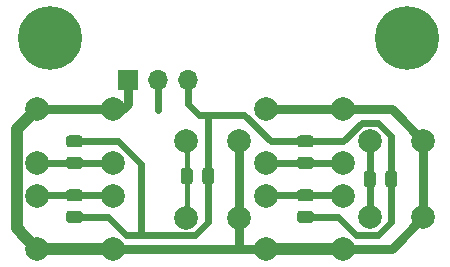
<source format=gbr>
G04 #@! TF.GenerationSoftware,KiCad,Pcbnew,(5.1.7)-1*
G04 #@! TF.CreationDate,2020-11-02T05:36:22-07:00*
G04 #@! TF.ProjectId,Buttons,42757474-6f6e-4732-9e6b-696361645f70,rev?*
G04 #@! TF.SameCoordinates,PX7b89fa0PY567a2f0*
G04 #@! TF.FileFunction,Copper,L1,Top*
G04 #@! TF.FilePolarity,Positive*
%FSLAX46Y46*%
G04 Gerber Fmt 4.6, Leading zero omitted, Abs format (unit mm)*
G04 Created by KiCad (PCBNEW (5.1.7)-1) date 2020-11-02 05:36:22*
%MOMM*%
%LPD*%
G01*
G04 APERTURE LIST*
G04 #@! TA.AperFunction,ComponentPad*
%ADD10C,5.400000*%
G04 #@! TD*
G04 #@! TA.AperFunction,ComponentPad*
%ADD11O,1.700000X1.700000*%
G04 #@! TD*
G04 #@! TA.AperFunction,ComponentPad*
%ADD12R,1.700000X1.700000*%
G04 #@! TD*
G04 #@! TA.AperFunction,ComponentPad*
%ADD13C,2.000000*%
G04 #@! TD*
G04 #@! TA.AperFunction,Conductor*
%ADD14C,0.800000*%
G04 #@! TD*
G04 #@! TA.AperFunction,Conductor*
%ADD15C,1.000000*%
G04 #@! TD*
G04 #@! TA.AperFunction,Conductor*
%ADD16C,0.600000*%
G04 #@! TD*
G04 #@! TA.AperFunction,Conductor*
%ADD17C,0.400000*%
G04 #@! TD*
G04 APERTURE END LIST*
D10*
X34290000Y20066000D03*
X4064000Y20066000D03*
D11*
X15748000Y16510000D03*
X13208000Y16510000D03*
D12*
X10668000Y16510000D03*
G04 #@! TA.AperFunction,SMDPad,CuDef*
G36*
G01*
X5645998Y10014000D02*
X6546002Y10014000D01*
G75*
G02*
X6796000Y9764002I0J-249998D01*
G01*
X6796000Y9238998D01*
G75*
G02*
X6546002Y8989000I-249998J0D01*
G01*
X5645998Y8989000D01*
G75*
G02*
X5396000Y9238998I0J249998D01*
G01*
X5396000Y9764002D01*
G75*
G02*
X5645998Y10014000I249998J0D01*
G01*
G37*
G04 #@! TD.AperFunction*
G04 #@! TA.AperFunction,SMDPad,CuDef*
G36*
G01*
X5645998Y11839000D02*
X6546002Y11839000D01*
G75*
G02*
X6796000Y11589002I0J-249998D01*
G01*
X6796000Y11063998D01*
G75*
G02*
X6546002Y10814000I-249998J0D01*
G01*
X5645998Y10814000D01*
G75*
G02*
X5396000Y11063998I0J249998D01*
G01*
X5396000Y11589002D01*
G75*
G02*
X5645998Y11839000I249998J0D01*
G01*
G37*
G04 #@! TD.AperFunction*
G04 #@! TA.AperFunction,SMDPad,CuDef*
G36*
G01*
X6546002Y6242000D02*
X5645998Y6242000D01*
G75*
G02*
X5396000Y6491998I0J249998D01*
G01*
X5396000Y7017002D01*
G75*
G02*
X5645998Y7267000I249998J0D01*
G01*
X6546002Y7267000D01*
G75*
G02*
X6796000Y7017002I0J-249998D01*
G01*
X6796000Y6491998D01*
G75*
G02*
X6546002Y6242000I-249998J0D01*
G01*
G37*
G04 #@! TD.AperFunction*
G04 #@! TA.AperFunction,SMDPad,CuDef*
G36*
G01*
X6546002Y4417000D02*
X5645998Y4417000D01*
G75*
G02*
X5396000Y4666998I0J249998D01*
G01*
X5396000Y5192002D01*
G75*
G02*
X5645998Y5442000I249998J0D01*
G01*
X6546002Y5442000D01*
G75*
G02*
X6796000Y5192002I0J-249998D01*
G01*
X6796000Y4666998D01*
G75*
G02*
X6546002Y4417000I-249998J0D01*
G01*
G37*
G04 #@! TD.AperFunction*
G04 #@! TA.AperFunction,SMDPad,CuDef*
G36*
G01*
X16110000Y8832002D02*
X16110000Y7931998D01*
G75*
G02*
X15860002Y7682000I-249998J0D01*
G01*
X15334998Y7682000D01*
G75*
G02*
X15085000Y7931998I0J249998D01*
G01*
X15085000Y8832002D01*
G75*
G02*
X15334998Y9082000I249998J0D01*
G01*
X15860002Y9082000D01*
G75*
G02*
X16110000Y8832002I0J-249998D01*
G01*
G37*
G04 #@! TD.AperFunction*
G04 #@! TA.AperFunction,SMDPad,CuDef*
G36*
G01*
X17935000Y8832002D02*
X17935000Y7931998D01*
G75*
G02*
X17685002Y7682000I-249998J0D01*
G01*
X17159998Y7682000D01*
G75*
G02*
X16910000Y7931998I0J249998D01*
G01*
X16910000Y8832002D01*
G75*
G02*
X17159998Y9082000I249998J0D01*
G01*
X17685002Y9082000D01*
G75*
G02*
X17935000Y8832002I0J-249998D01*
G01*
G37*
G04 #@! TD.AperFunction*
G04 #@! TA.AperFunction,SMDPad,CuDef*
G36*
G01*
X25203998Y5442000D02*
X26104002Y5442000D01*
G75*
G02*
X26354000Y5192002I0J-249998D01*
G01*
X26354000Y4666998D01*
G75*
G02*
X26104002Y4417000I-249998J0D01*
G01*
X25203998Y4417000D01*
G75*
G02*
X24954000Y4666998I0J249998D01*
G01*
X24954000Y5192002D01*
G75*
G02*
X25203998Y5442000I249998J0D01*
G01*
G37*
G04 #@! TD.AperFunction*
G04 #@! TA.AperFunction,SMDPad,CuDef*
G36*
G01*
X25203998Y7267000D02*
X26104002Y7267000D01*
G75*
G02*
X26354000Y7017002I0J-249998D01*
G01*
X26354000Y6491998D01*
G75*
G02*
X26104002Y6242000I-249998J0D01*
G01*
X25203998Y6242000D01*
G75*
G02*
X24954000Y6491998I0J249998D01*
G01*
X24954000Y7017002D01*
G75*
G02*
X25203998Y7267000I249998J0D01*
G01*
G37*
G04 #@! TD.AperFunction*
G04 #@! TA.AperFunction,SMDPad,CuDef*
G36*
G01*
X26104002Y10814000D02*
X25203998Y10814000D01*
G75*
G02*
X24954000Y11063998I0J249998D01*
G01*
X24954000Y11589002D01*
G75*
G02*
X25203998Y11839000I249998J0D01*
G01*
X26104002Y11839000D01*
G75*
G02*
X26354000Y11589002I0J-249998D01*
G01*
X26354000Y11063998D01*
G75*
G02*
X26104002Y10814000I-249998J0D01*
G01*
G37*
G04 #@! TD.AperFunction*
G04 #@! TA.AperFunction,SMDPad,CuDef*
G36*
G01*
X26104002Y8989000D02*
X25203998Y8989000D01*
G75*
G02*
X24954000Y9238998I0J249998D01*
G01*
X24954000Y9764002D01*
G75*
G02*
X25203998Y10014000I249998J0D01*
G01*
X26104002Y10014000D01*
G75*
G02*
X26354000Y9764002I0J-249998D01*
G01*
X26354000Y9238998D01*
G75*
G02*
X26104002Y8989000I-249998J0D01*
G01*
G37*
G04 #@! TD.AperFunction*
G04 #@! TA.AperFunction,SMDPad,CuDef*
G36*
G01*
X32404000Y7677998D02*
X32404000Y8578002D01*
G75*
G02*
X32653998Y8828000I249998J0D01*
G01*
X33179002Y8828000D01*
G75*
G02*
X33429000Y8578002I0J-249998D01*
G01*
X33429000Y7677998D01*
G75*
G02*
X33179002Y7428000I-249998J0D01*
G01*
X32653998Y7428000D01*
G75*
G02*
X32404000Y7677998I0J249998D01*
G01*
G37*
G04 #@! TD.AperFunction*
G04 #@! TA.AperFunction,SMDPad,CuDef*
G36*
G01*
X30579000Y7677998D02*
X30579000Y8578002D01*
G75*
G02*
X30828998Y8828000I249998J0D01*
G01*
X31354002Y8828000D01*
G75*
G02*
X31604000Y8578002I0J-249998D01*
G01*
X31604000Y7677998D01*
G75*
G02*
X31354002Y7428000I-249998J0D01*
G01*
X30828998Y7428000D01*
G75*
G02*
X30579000Y7677998I0J249998D01*
G01*
G37*
G04 #@! TD.AperFunction*
D13*
X9398000Y14025000D03*
X9398000Y9525000D03*
X2898000Y14025000D03*
X2898000Y9525000D03*
X9398000Y6722500D03*
X9398000Y2222500D03*
X2898000Y6722500D03*
X2898000Y2222500D03*
X22329000Y9525000D03*
X22329000Y14025000D03*
X28829000Y9525000D03*
X28829000Y14025000D03*
X15566000Y11366500D03*
X20066000Y11366500D03*
X15566000Y4866500D03*
X20066000Y4866500D03*
X22352000Y2231000D03*
X22352000Y6731000D03*
X28852000Y2231000D03*
X28852000Y6731000D03*
X31115000Y11389500D03*
X35615000Y11389500D03*
X31115000Y4889500D03*
X35615000Y4889500D03*
D14*
X19613000Y11199000D02*
X19613000Y11309000D01*
D15*
X1921001Y3230999D02*
X2921000Y2231000D01*
X1197999Y3954001D02*
X1921001Y3230999D01*
X1197999Y12324999D02*
X1197999Y3954001D01*
X2898000Y14025000D02*
X1197999Y12324999D01*
X2921000Y2231000D02*
X9421000Y2231000D01*
X22352000Y2231000D02*
X28852000Y2231000D01*
D14*
X22329000Y14025000D02*
X28829000Y14025000D01*
X22343500Y2222500D02*
X22352000Y2231000D01*
X12319000Y2222500D02*
X19685000Y2222500D01*
X9398000Y2222500D02*
X12319000Y2222500D01*
X20066000Y11366500D02*
X20066000Y4866500D01*
X22329000Y14025000D02*
X22329000Y13629500D01*
X20066000Y4866500D02*
X20066000Y2222500D01*
X19685000Y2222500D02*
X20066000Y2222500D01*
X20066000Y2222500D02*
X22343500Y2222500D01*
X35615000Y11389500D02*
X35615000Y4889500D01*
X32956500Y2231000D02*
X35615000Y4889500D01*
X28852000Y2231000D02*
X32956500Y2231000D01*
X9851000Y14478000D02*
X9398000Y14025000D01*
X2898000Y14025000D02*
X9398000Y14025000D01*
X32979500Y14025000D02*
X28829000Y14025000D01*
X35615000Y11389500D02*
X32979500Y14025000D01*
X9398000Y14025000D02*
X10215000Y14025000D01*
X10668000Y14478000D02*
X10668000Y16510000D01*
X10215000Y14025000D02*
X10668000Y14478000D01*
D16*
X9374500Y9501500D02*
X9398000Y9525000D01*
X6096000Y9501500D02*
X9374500Y9501500D01*
X2921500Y9501500D02*
X2898000Y9525000D01*
X6096000Y9501500D02*
X2921500Y9501500D01*
X9366000Y6754500D02*
X9398000Y6722500D01*
X6096000Y6754500D02*
X9366000Y6754500D01*
X2930000Y6754500D02*
X2898000Y6722500D01*
X6096000Y6754500D02*
X2930000Y6754500D01*
X31115000Y8151500D02*
X31091500Y8128000D01*
X31115000Y11389500D02*
X31115000Y8151500D01*
X31115000Y8104500D02*
X31091500Y8128000D01*
X31115000Y4889500D02*
X31115000Y8104500D01*
X28805500Y9501500D02*
X28829000Y9525000D01*
X25654000Y9501500D02*
X28805500Y9501500D01*
X22352500Y9501500D02*
X22329000Y9525000D01*
X25654000Y9501500D02*
X22352500Y9501500D01*
X28828500Y6754500D02*
X28852000Y6731000D01*
X25654000Y6754500D02*
X28828500Y6754500D01*
X22375500Y6754500D02*
X22352000Y6731000D01*
X25654000Y6754500D02*
X22375500Y6754500D01*
D17*
X15597500Y11335000D02*
X15566000Y11366500D01*
X15597500Y8382000D02*
X15597500Y11335000D01*
X15597500Y4898000D02*
X15566000Y4866500D01*
X15597500Y8382000D02*
X15597500Y4898000D01*
D16*
X8911002Y4929500D02*
X6096000Y4929500D01*
X10474003Y3366499D02*
X8911002Y4929500D01*
X17422500Y4502998D02*
X16286001Y3366499D01*
X17422500Y8382000D02*
X17422500Y4502998D01*
X11748499Y9394503D02*
X11748499Y3366499D01*
X9816502Y11326500D02*
X11748499Y9394503D01*
X6096000Y11326500D02*
X9816502Y11326500D01*
X11748499Y3366499D02*
X10474003Y3366499D01*
X16286001Y3366499D02*
X11748499Y3366499D01*
X32916500Y11808002D02*
X32916500Y8128000D01*
X31835001Y12889501D02*
X32916500Y11808002D01*
X30415501Y12889501D02*
X31835001Y12889501D01*
X28852500Y11326500D02*
X30415501Y12889501D01*
X25654000Y11326500D02*
X28852500Y11326500D01*
X28373502Y4929500D02*
X25654000Y4929500D01*
X31835001Y3389499D02*
X29913503Y3389499D01*
X29913503Y3389499D02*
X28373502Y4929500D01*
X32916500Y4470998D02*
X31835001Y3389499D01*
X32916500Y8128000D02*
X32916500Y4470998D01*
X25654000Y11326500D02*
X22709500Y11326500D01*
X17422500Y13565500D02*
X17422500Y8382000D01*
X20470500Y13565500D02*
X17422500Y13565500D01*
X22709500Y11326500D02*
X20470500Y13565500D01*
X15748000Y16510000D02*
X15748000Y14478000D01*
X16660500Y13565500D02*
X17422500Y13565500D01*
X15748000Y14478000D02*
X16660500Y13565500D01*
X13208000Y16510000D02*
X13208000Y13970000D01*
M02*

</source>
